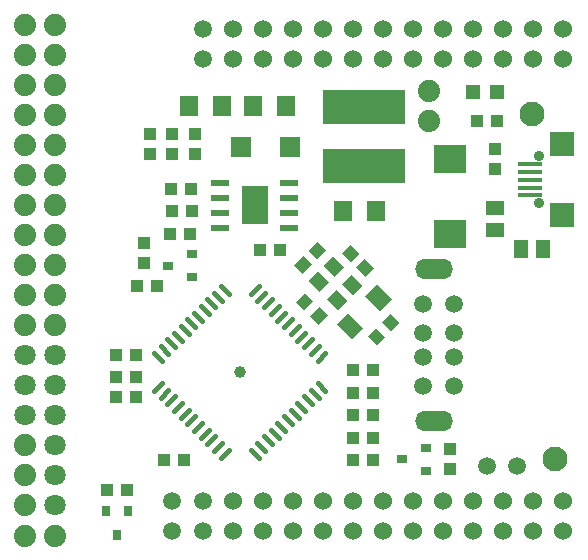
<source format=gts>
G04 (created by PCBNEW (2013-03-19 BZR 4004)-stable) date 2014/11/26 17:53:31*
%MOIN*%
G04 Gerber Fmt 3.4, Leading zero omitted, Abs format*
%FSLAX34Y34*%
G01*
G70*
G90*
G04 APERTURE LIST*
%ADD10C,0*%
%ADD11R,0.275591X0.11811*%
%ADD12R,0.0629X0.0708*%
%ADD13R,0.0629921X0.023622*%
%ADD14R,0.0905512X0.129921*%
%ADD15R,0.0433X0.0393*%
%ADD16R,0.0393X0.0433*%
%ADD17R,0.1102X0.0944*%
%ADD18R,0.0511X0.059*%
%ADD19R,0.059X0.0511*%
%ADD20C,0.06*%
%ADD21C,0.0593*%
%ADD22C,0.0826772*%
%ADD23R,0.0472X0.0472*%
%ADD24R,0.0669291X0.0669291*%
%ADD25C,0.0590551*%
%ADD26C,0.074*%
%ADD27C,0.0177*%
%ADD28C,0.0393*%
%ADD29O,0.125984X0.0669291*%
%ADD30R,0.0787402X0.016*%
%ADD31R,0.081X0.081*%
%ADD32C,0.0354331*%
%ADD33R,0.035X0.031*%
%ADD34R,0.031X0.035*%
%ADD35C,0.0708661*%
G04 APERTURE END LIST*
G54D10*
G54D11*
X74393Y-24734D03*
X74393Y-22765D03*
G54D12*
X71801Y-22750D03*
X70699Y-22750D03*
X73699Y-26250D03*
X74801Y-26250D03*
G54D13*
X71900Y-26800D03*
X71900Y-26300D03*
X71900Y-25800D03*
X71900Y-25300D03*
X69600Y-25300D03*
X69600Y-25800D03*
X69600Y-26300D03*
X69600Y-26800D03*
G54D14*
X70750Y-26050D03*
G54D15*
X68000Y-24334D03*
X68000Y-23666D03*
G54D16*
X68676Y-26250D03*
X68008Y-26250D03*
G54D15*
X67250Y-23666D03*
X67250Y-24334D03*
X68750Y-23666D03*
X68750Y-24334D03*
X71584Y-27550D03*
X70916Y-27550D03*
X67946Y-25500D03*
X68614Y-25500D03*
X67916Y-27000D03*
X68584Y-27000D03*
G54D17*
X77250Y-26990D03*
X77250Y-24510D03*
G54D18*
X80374Y-27500D03*
X79626Y-27500D03*
G54D19*
X78750Y-26874D03*
X78750Y-26126D03*
G54D20*
X81023Y-35905D03*
X81023Y-36905D03*
X80023Y-35905D03*
X80023Y-36905D03*
X79023Y-35905D03*
X79023Y-36905D03*
X78023Y-35905D03*
X78023Y-36905D03*
X77023Y-35905D03*
X77023Y-36905D03*
X76023Y-35905D03*
X76023Y-36905D03*
X75023Y-35905D03*
X75023Y-36905D03*
X74023Y-35905D03*
X74023Y-36905D03*
X73023Y-35905D03*
X73023Y-36905D03*
X72023Y-35905D03*
X72023Y-36905D03*
X71023Y-35905D03*
X71023Y-36905D03*
X70023Y-35905D03*
X70023Y-36905D03*
G54D21*
X69023Y-35905D03*
X69023Y-36905D03*
G54D20*
X81023Y-20157D03*
X81023Y-21157D03*
X80023Y-20157D03*
X80023Y-21157D03*
X79023Y-20157D03*
X79023Y-21157D03*
X78023Y-20157D03*
X78023Y-21157D03*
X77023Y-20157D03*
X77023Y-21157D03*
X76023Y-20157D03*
X76023Y-21157D03*
X75023Y-20157D03*
X75023Y-21157D03*
X74023Y-20157D03*
X74023Y-21157D03*
X73023Y-20157D03*
X73023Y-21157D03*
X72023Y-20157D03*
X72023Y-21157D03*
X71023Y-20157D03*
X71023Y-21157D03*
X70023Y-20157D03*
X70023Y-21157D03*
G54D21*
X69023Y-20157D03*
X69023Y-21157D03*
G54D16*
X74684Y-34550D03*
X74016Y-34550D03*
X78750Y-24834D03*
X78750Y-24166D03*
G54D15*
X66116Y-32450D03*
X66784Y-32450D03*
X66116Y-31780D03*
X66784Y-31780D03*
X68384Y-34550D03*
X67716Y-34550D03*
G54D16*
X66784Y-31040D03*
X66116Y-31040D03*
X74684Y-32300D03*
X74016Y-32300D03*
G54D10*
G36*
X72121Y-29277D02*
X72427Y-28971D01*
X72705Y-29249D01*
X72399Y-29555D01*
X72121Y-29277D01*
X72121Y-29277D01*
G37*
G36*
X72594Y-29750D02*
X72900Y-29444D01*
X73178Y-29722D01*
X72872Y-30028D01*
X72594Y-29750D01*
X72594Y-29750D01*
G37*
G36*
X75272Y-29671D02*
X75578Y-29977D01*
X75300Y-30255D01*
X74994Y-29949D01*
X75272Y-29671D01*
X75272Y-29671D01*
G37*
G36*
X74799Y-30144D02*
X75105Y-30450D01*
X74827Y-30728D01*
X74521Y-30422D01*
X74799Y-30144D01*
X74799Y-30144D01*
G37*
G36*
X73671Y-27649D02*
X73949Y-27371D01*
X74255Y-27677D01*
X73977Y-27955D01*
X73671Y-27649D01*
X73671Y-27649D01*
G37*
G36*
X74144Y-28122D02*
X74422Y-27844D01*
X74728Y-28150D01*
X74450Y-28428D01*
X74144Y-28122D01*
X74144Y-28122D01*
G37*
G54D15*
X74684Y-33050D03*
X74016Y-33050D03*
G54D22*
X80750Y-34500D03*
X80000Y-23000D03*
G54D12*
X68554Y-22750D03*
X69656Y-22750D03*
G54D16*
X78166Y-23250D03*
X78834Y-23250D03*
G54D23*
X78012Y-22275D03*
X78838Y-22275D03*
G54D24*
X70291Y-24100D03*
X71944Y-24100D03*
G54D25*
X68000Y-36900D03*
X68000Y-35900D03*
G54D26*
X76550Y-22250D03*
X76550Y-23250D03*
G54D25*
X79500Y-34750D03*
X78500Y-34750D03*
G54D27*
X70883Y-34459D02*
X70619Y-34195D01*
X71106Y-34236D02*
X70841Y-33972D01*
X71329Y-34014D02*
X71064Y-33749D01*
X71551Y-33791D02*
X71287Y-33526D01*
X71774Y-33568D02*
X71510Y-33304D01*
X71996Y-33346D02*
X71732Y-33082D01*
X72218Y-33124D02*
X71954Y-32860D01*
X72441Y-32901D02*
X72176Y-32637D01*
X72664Y-32679D02*
X72399Y-32414D01*
X72886Y-32456D02*
X72622Y-32191D01*
X73109Y-32233D02*
X72845Y-31969D01*
X72845Y-31230D02*
X73109Y-30966D01*
X72622Y-31008D02*
X72886Y-30743D01*
X72399Y-30785D02*
X72664Y-30520D01*
X72176Y-30562D02*
X72441Y-30298D01*
X71954Y-30339D02*
X72218Y-30075D01*
X71732Y-30117D02*
X71996Y-29853D01*
X71510Y-29895D02*
X71774Y-29631D01*
X71287Y-29673D02*
X71551Y-29408D01*
X71064Y-29450D02*
X71329Y-29185D01*
X70841Y-29227D02*
X71106Y-28963D01*
X70619Y-29004D02*
X70883Y-28740D01*
X69880Y-29004D02*
X69616Y-28740D01*
X69658Y-29227D02*
X69393Y-28963D01*
X69435Y-29450D02*
X69170Y-29185D01*
X69212Y-29673D02*
X68948Y-29408D01*
X68989Y-29895D02*
X68725Y-29631D01*
X68767Y-30117D02*
X68503Y-29853D01*
X68545Y-30339D02*
X68281Y-30075D01*
X68323Y-30562D02*
X68058Y-30298D01*
X68100Y-30785D02*
X67835Y-30520D01*
X67877Y-31008D02*
X67613Y-30743D01*
X67654Y-31230D02*
X67390Y-30966D01*
X67390Y-32233D02*
X67654Y-31969D01*
X67613Y-32456D02*
X67877Y-32191D01*
X67835Y-32679D02*
X68100Y-32414D01*
X68058Y-32901D02*
X68323Y-32637D01*
X68281Y-33124D02*
X68545Y-32860D01*
X68503Y-33346D02*
X68767Y-33082D01*
X68725Y-33568D02*
X68989Y-33304D01*
X68948Y-33791D02*
X69212Y-33526D01*
X69170Y-34014D02*
X69435Y-33749D01*
X69393Y-34236D02*
X69658Y-33972D01*
X69616Y-34459D02*
X69880Y-34195D01*
G54D28*
X70250Y-31600D03*
G54D10*
G36*
X74928Y-29572D02*
X74427Y-29071D01*
X74817Y-28681D01*
X75318Y-29182D01*
X74928Y-29572D01*
X74928Y-29572D01*
G37*
G36*
X73982Y-30518D02*
X73481Y-30017D01*
X73871Y-29627D01*
X74372Y-30128D01*
X73982Y-30518D01*
X73982Y-30518D01*
G37*
G36*
X72914Y-28935D02*
X72552Y-28573D01*
X72872Y-28253D01*
X73234Y-28615D01*
X72914Y-28935D01*
X72914Y-28935D01*
G37*
G36*
X73526Y-29547D02*
X73164Y-29185D01*
X73484Y-28865D01*
X73846Y-29227D01*
X73526Y-29547D01*
X73526Y-29547D01*
G37*
G36*
X74027Y-29046D02*
X73665Y-28684D01*
X73985Y-28364D01*
X74347Y-28726D01*
X74027Y-29046D01*
X74027Y-29046D01*
G37*
G36*
X73415Y-28434D02*
X73053Y-28072D01*
X73373Y-27752D01*
X73735Y-28114D01*
X73415Y-28434D01*
X73415Y-28434D01*
G37*
G36*
X72850Y-27271D02*
X73128Y-27549D01*
X72822Y-27855D01*
X72544Y-27577D01*
X72850Y-27271D01*
X72850Y-27271D01*
G37*
G36*
X72377Y-27744D02*
X72655Y-28022D01*
X72349Y-28328D01*
X72071Y-28050D01*
X72377Y-27744D01*
X72377Y-27744D01*
G37*
G54D15*
X74016Y-31550D03*
X74684Y-31550D03*
G54D16*
X74016Y-33800D03*
X74684Y-33800D03*
G54D25*
X77401Y-31102D03*
X77401Y-30314D03*
X76377Y-31102D03*
X76377Y-30314D03*
X76377Y-32086D03*
X77401Y-32086D03*
X76377Y-29330D03*
X77401Y-29330D03*
G54D29*
X76732Y-33228D03*
X76732Y-28188D03*
G54D30*
X79940Y-25720D03*
X79940Y-25460D03*
X79940Y-25200D03*
X79940Y-24940D03*
X79940Y-24680D03*
G54D31*
X81000Y-26381D03*
X81000Y-24018D03*
G54D32*
X80212Y-25987D03*
X80212Y-24412D03*
G54D15*
X77250Y-34834D03*
X77250Y-34166D03*
G54D16*
X67484Y-28750D03*
X66816Y-28750D03*
G54D15*
X67050Y-27316D03*
X67050Y-27984D03*
G54D16*
X66484Y-35550D03*
X65816Y-35550D03*
G54D33*
X67850Y-28060D03*
X68650Y-27680D03*
X68650Y-28440D03*
G54D34*
X66160Y-37050D03*
X65780Y-36250D03*
X66540Y-36250D03*
G54D33*
X75650Y-34510D03*
X76450Y-34130D03*
X76450Y-34890D03*
G54D35*
X64100Y-33050D03*
X63100Y-33050D03*
G54D26*
X63100Y-22050D03*
X64100Y-22050D03*
X63100Y-23050D03*
X64100Y-23050D03*
X63100Y-24050D03*
X64100Y-24050D03*
X63100Y-25050D03*
X64100Y-25050D03*
X63100Y-26050D03*
X64100Y-26050D03*
X63100Y-27050D03*
X64100Y-27050D03*
X63100Y-28050D03*
X64100Y-28050D03*
X63100Y-29050D03*
X64100Y-29050D03*
X63100Y-30050D03*
X64100Y-30050D03*
G54D35*
X63100Y-31050D03*
X64100Y-31050D03*
X63100Y-32050D03*
X64100Y-32050D03*
G54D26*
X63100Y-34050D03*
G54D35*
X64100Y-34050D03*
X64100Y-35050D03*
G54D26*
X63100Y-35050D03*
X63100Y-36050D03*
G54D35*
X64100Y-36050D03*
G54D26*
X64100Y-21050D03*
X63100Y-21050D03*
X64098Y-20030D03*
X63098Y-20030D03*
X64106Y-37058D03*
X63106Y-37058D03*
M02*

</source>
